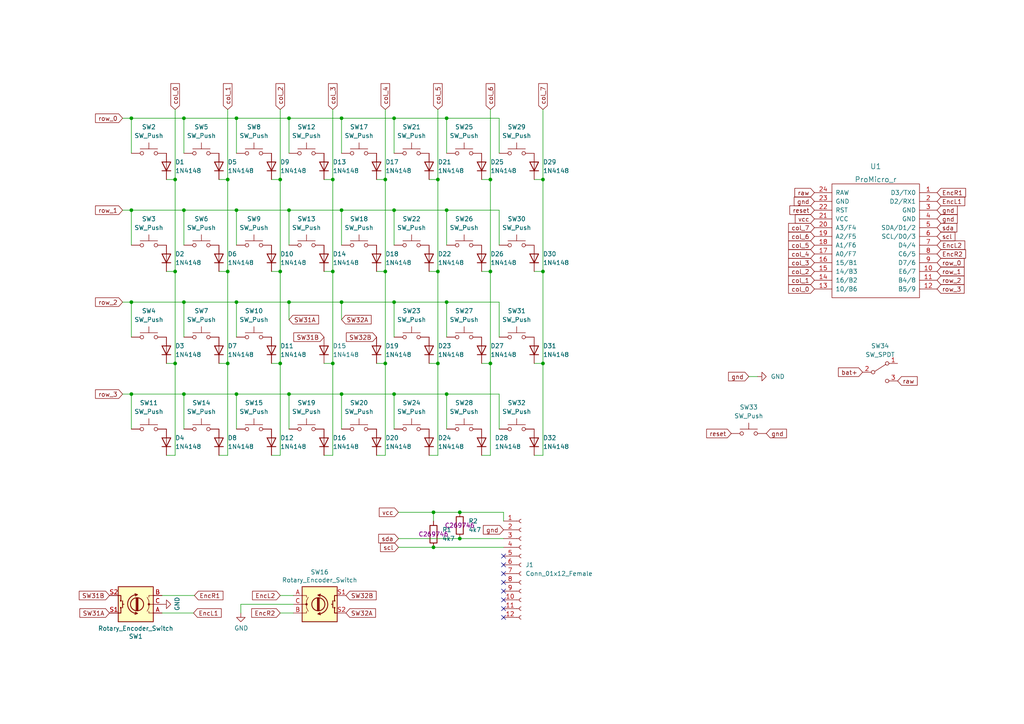
<source format=kicad_sch>
(kicad_sch (version 20211123) (generator eeschema)
  (paper "A4")
  (lib_symbols
    (symbol "Connector:Conn_01x12_Female" (pin_names (offset 1.016) hide)
      (property "Reference" "J" (at 0 15.24 0))
      (property "Value" "Conn_01x12_Female" (at 0 -17.78 0))
      (symbol "Conn_01x12_Female_1_1"
        (arc (start 0 -14.732) (mid -0.508 -15.24) (end 0 -15.748) (stroke (width 0.1524)))
        (arc (start 0 -12.192) (mid -0.508 -12.7) (end 0 -13.208) (stroke (width 0.1524)))
        (arc (start 0 -9.652) (mid -0.508 -10.16) (end 0 -10.668) (stroke (width 0.1524)))
        (arc (start 0 -7.112) (mid -0.508 -7.62) (end 0 -8.128) (stroke (width 0.1524)))
        (arc (start 0 -4.572) (mid -0.508 -5.08) (end 0 -5.588) (stroke (width 0.1524)))
        (arc (start 0 -2.032) (mid -0.508 -2.54) (end 0 -3.048) (stroke (width 0.1524)))
        (polyline (pts (xy -1.27 -15.24) (xy -0.508 -15.24)) (stroke (width 0.1524)))
        (polyline (pts (xy -1.27 -12.7) (xy -0.508 -12.7)) (stroke (width 0.1524)))
        (polyline (pts (xy -1.27 -10.16) (xy -0.508 -10.16)) (stroke (width 0.1524)))
        (polyline (pts (xy -1.27 -7.62) (xy -0.508 -7.62)) (stroke (width 0.1524)))
        (polyline (pts (xy -1.27 -5.08) (xy -0.508 -5.08)) (stroke (width 0.1524)))
        (polyline (pts (xy -1.27 -2.54) (xy -0.508 -2.54)) (stroke (width 0.1524)))
        (polyline (pts (xy -1.27 0) (xy -0.508 0)) (stroke (width 0.1524)))
        (polyline (pts (xy -1.27 2.54) (xy -0.508 2.54)) (stroke (width 0.1524)))
        (polyline (pts (xy -1.27 5.08) (xy -0.508 5.08)) (stroke (width 0.1524)))
        (polyline (pts (xy -1.27 7.62) (xy -0.508 7.62)) (stroke (width 0.1524)))
        (polyline (pts (xy -1.27 10.16) (xy -0.508 10.16)) (stroke (width 0.1524)))
        (polyline (pts (xy -1.27 12.7) (xy -0.508 12.7)) (stroke (width 0.1524)))
        (arc (start 0 0.508) (mid -0.508 0) (end 0 -0.508) (stroke (width 0.1524)))
        (arc (start 0 3.048) (mid -0.508 2.54) (end 0 2.032) (stroke (width 0.1524)))
        (arc (start 0 5.588) (mid -0.508 5.08) (end 0 4.572) (stroke (width 0.1524)))
        (arc (start 0 8.128) (mid -0.508 7.62) (end 0 7.112) (stroke (width 0.1524)))
        (arc (start 0 10.668) (mid -0.508 10.16) (end 0 9.652) (stroke (width 0.1524)))
        (arc (start 0 13.208) (mid -0.508 12.7) (end 0 12.192) (stroke (width 0.1524)))
        (pin passive line (at -5.08 12.7 0) (length 3.81) (name "Pin_1") (number "1"))
        (pin passive line (at -5.08 -10.16 0) (length 3.81) (name "Pin_10") (number "10"))
        (pin passive line (at -5.08 -12.7 0) (length 3.81) (name "Pin_11") (number "11"))
        (pin passive line (at -5.08 -15.24 0) (length 3.81) (name "Pin_12") (number "12"))
        (pin passive line (at -5.08 10.16 0) (length 3.81) (name "Pin_2") (number "2"))
        (pin passive line (at -5.08 7.62 0) (length 3.81) (name "Pin_3") (number "3"))
        (pin passive line (at -5.08 5.08 0) (length 3.81) (name "Pin_4") (number "4"))
        (pin passive line (at -5.08 2.54 0) (length 3.81) (name "Pin_5") (number "5"))
        (pin passive line (at -5.08 0 0) (length 3.81) (name "Pin_6") (number "6"))
        (pin passive line (at -5.08 -2.54 0) (length 3.81) (name "Pin_7") (number "7"))
        (pin passive line (at -5.08 -5.08 0) (length 3.81) (name "Pin_8") (number "8"))
        (pin passive line (at -5.08 -7.62 0) (length 3.81) (name "Pin_9") (number "9"))
      )
    )
    (symbol "Switch:SW_Push" (pin_numbers hide) (pin_names (offset 1.016) hide)
      (property "Reference" "SW" (at 1.27 2.54 0))
      (property "Value" "SW_Push" (at 0 -1.524 0))
      (symbol "SW_Push_0_1"
        (circle (center -2.032 0) (radius 0.508))
        (polyline (pts (xy 0 1.27) (xy 0 3.048)))
        (polyline (pts (xy 2.54 1.27) (xy -2.54 1.27)))
        (circle (center 2.032 0) (radius 0.508))
        (pin passive line (at -5.08 0 0) (length 2.54) (name "1") (number "1"))
        (pin passive line (at 5.08 0 180) (length 2.54) (name "2") (number "2"))
      )
    )
    (symbol "Switch:SW_SPDT" (pin_names (offset 0) hide)
      (property "Reference" "SW" (at 0 4.318 0))
      (property "Value" "SW_SPDT" (at 0 -5.08 0))
      (symbol "SW_SPDT_0_0"
        (circle (center -2.032 0) (radius 0.508))
        (circle (center 2.032 -2.54) (radius 0.508))
      )
      (symbol "SW_SPDT_0_1"
        (polyline (pts (xy -1.524 0.254) (xy 1.651 2.286)))
        (circle (center 2.032 2.54) (radius 0.508))
      )
      (symbol "SW_SPDT_1_1"
        (pin passive line (at 5.08 2.54 180) (length 2.54) (name "A") (number "1"))
        (pin passive line (at -5.08 0 0) (length 2.54) (name "B") (number "2"))
        (pin passive line (at 5.08 -2.54 180) (length 2.54) (name "C") (number "3"))
      )
    )
    (symbol "alaa:4k7" (pin_numbers hide) (pin_names (offset 0))
      (property "Reference" "R2" (at 2.54 1.2701 0))
      (property "Value" "4k7" (at 2.54 -1.2699 0))
      (property "LCSC" "C269746" (at 0 0 0))
      (symbol "4k7_0_1"
        (rectangle (start -1.016 -2.54) (end 1.016 2.54) (stroke (width 0.254)))
      )
      (symbol "4k7_1_1"
        (pin passive line (at 0 3.81 270) (length 1.27) (name "~") (number "1"))
        (pin passive line (at 0 -3.81 90) (length 1.27) (name "~") (number "2"))
      )
    )
    (symbol "alaa:Diode_1N4148" (pin_numbers hide) (pin_names (offset 1.016) hide)
      (property "Reference" "D4" (at 2.54 1.2701 90))
      (property "Value" "Diode_1N4148" (at 2.54 -1.2699 90))
      (symbol "Diode_1N4148_0_1"
        (polyline (pts (xy -1.27 1.27) (xy -1.27 -1.27)) (stroke (width 0.254)))
        (polyline (pts (xy 1.27 0) (xy -1.27 0)))
        (polyline (pts (xy 1.27 1.27) (xy 1.27 -1.27) (xy -1.27 0) (xy 1.27 1.27)) (stroke (width 0.254)))
      )
      (symbol "Diode_1N4148_1_1"
        (pin passive line (at -3.81 0 0) (length 2.54) (name "K") (number "1"))
        (pin passive line (at 3.81 0 180) (length 2.54) (name "A") (number "2"))
      )
    )
    (symbol "alaa:ProMicro_r" (pin_names (offset 1.016))
      (property "Reference" "U1" (at 1.27 25.4 0))
      (property "Value" "ProMicro_r" (at 1.27 21.59 0))
      (symbol "ProMicro_r_0_1"
        (rectangle (start 13.97 20.32) (end -11.43 -12.7))
      )
      (symbol "ProMicro_r_1_1"
        (pin bidirectional line (at 19.05 17.78 180) (length 5.08) (name "D3/TX0") (number "1"))
        (pin bidirectional line (at 19.05 -5.08 180) (length 5.08) (name "E6/7") (number "10"))
        (pin bidirectional line (at 19.05 -7.62 180) (length 5.08) (name "B4/8") (number "11"))
        (pin bidirectional line (at 19.05 -10.16 180) (length 5.08) (name "B5/9") (number "12"))
        (pin bidirectional line (at -16.51 -10.16 0) (length 5.08) (name "10/B6") (number "13"))
        (pin bidirectional line (at -16.51 -7.62 0) (length 5.08) (name "16/B2") (number "14"))
        (pin bidirectional line (at -16.51 -5.08 0) (length 5.08) (name "14/B3") (number "15"))
        (pin bidirectional line (at -16.51 -2.54 0) (length 5.08) (name "15/B1") (number "16"))
        (pin bidirectional line (at -16.51 0 0) (length 5.08) (name "A0/F7") (number "17"))
        (pin bidirectional line (at -16.51 2.54 0) (length 5.08) (name "A1/F6") (number "18"))
        (pin bidirectional line (at -16.51 5.08 0) (length 5.08) (name "A2/F5") (number "19"))
        (pin bidirectional line (at 19.05 15.24 180) (length 5.08) (name "D2/RX1") (number "2"))
        (pin bidirectional line (at -16.51 7.62 0) (length 5.08) (name "A3/F4") (number "20"))
        (pin power_in line (at -16.51 10.16 0) (length 5.08) (name "VCC") (number "21"))
        (pin input line (at -16.51 12.7 0) (length 5.08) (name "RST") (number "22"))
        (pin power_in line (at -16.51 15.24 0) (length 5.08) (name "GND") (number "23"))
        (pin power_out line (at -16.51 17.78 0) (length 5.08) (name "RAW") (number "24"))
        (pin power_in line (at 19.05 12.7 180) (length 5.08) (name "GND") (number "3"))
        (pin power_in line (at 19.05 10.16 180) (length 5.08) (name "GND") (number "4"))
        (pin bidirectional line (at 19.05 7.62 180) (length 5.08) (name "SDA/D1/2") (number "5"))
        (pin bidirectional line (at 19.05 5.08 180) (length 5.08) (name "SCL/D0/3") (number "6"))
        (pin bidirectional line (at 19.05 2.54 180) (length 5.08) (name "D4/4") (number "7"))
        (pin bidirectional line (at 19.05 0 180) (length 5.08) (name "C6/5") (number "8"))
        (pin bidirectional line (at 19.05 -2.54 180) (length 5.08) (name "D7/6") (number "9"))
      )
    )
    (symbol "alaa:Rotary_Encoder_Switch" (pin_names (offset 0.254) hide)
      (property "Reference" "SW25" (at 0 9.3218 0))
      (property "Value" "Rotary_Encoder_Switch" (at 0 7.0104 0))
      (symbol "Rotary_Encoder_Switch_0_1"
        (rectangle (start -5.08 5.08) (end 5.08 -5.08) (stroke (width 0.254)) (fill (type background)))
        (circle (center -3.81 0) (radius 0.254) (fill (type outline)))
        (arc (start -0.381 -2.794) (mid 2.3622 -0.0508) (end -0.381 2.667) (stroke (width 0.254)))
        (circle (center -0.381 0) (radius 1.905) (stroke (width 0.254)))
        (polyline (pts (xy -0.635 -1.778) (xy -0.635 1.778)) (stroke (width 0.254)))
        (polyline (pts (xy -0.381 -1.778) (xy -0.381 1.778)) (stroke (width 0.254)))
        (polyline (pts (xy -0.127 1.778) (xy -0.127 -1.778)) (stroke (width 0.254)))
        (polyline (pts (xy 3.81 0) (xy 3.429 0)) (stroke (width 0.254)))
        (polyline (pts (xy 3.81 1.016) (xy 3.81 -1.016)) (stroke (width 0.254)))
        (polyline (pts (xy -5.08 -2.54) (xy -3.81 -2.54) (xy -3.81 -2.032)))
        (polyline (pts (xy -5.08 2.54) (xy -3.81 2.54) (xy -3.81 2.032)))
        (polyline (pts (xy 0.254 -3.048) (xy -0.508 -2.794) (xy 0.127 -2.413)) (stroke (width 0.254)))
        (polyline (pts (xy 0.254 2.921) (xy -0.508 2.667) (xy 0.127 2.286)) (stroke (width 0.254)))
        (polyline (pts (xy 5.08 -2.54) (xy 4.318 -2.54) (xy 4.318 -1.016)) (stroke (width 0.254)))
        (polyline (pts (xy 5.08 2.54) (xy 4.318 2.54) (xy 4.318 1.016)) (stroke (width 0.254)))
        (polyline (pts (xy -5.08 0) (xy -3.81 0) (xy -3.81 -1.016) (xy -3.302 -2.032)))
        (polyline (pts (xy -4.318 0) (xy -3.81 0) (xy -3.81 1.016) (xy -3.302 2.032)))
        (circle (center 4.318 -1.016) (radius 0.127) (stroke (width 0.254)))
        (circle (center 4.318 1.016) (radius 0.127) (stroke (width 0.254)))
      )
      (symbol "Rotary_Encoder_Switch_1_1"
        (pin passive line (at -7.62 2.54 0) (length 2.54) (name "A") (number "A"))
        (pin passive line (at -7.62 -2.54 0) (length 2.54) (name "B") (number "B"))
        (pin passive line (at -7.62 0 0) (length 2.54) (name "C") (number "C"))
        (pin passive line (at 7.62 2.54 180) (length 2.54) (name "S1") (number "S1"))
        (pin passive line (at 7.62 -2.54 180) (length 2.54) (name "S2") (number "S2"))
      )
    )
    (symbol "power:GND" (power) (pin_names (offset 0))
      (property "Value" "GND" (at 0 -3.81 0))
      (symbol "GND_0_1"
        (polyline (pts (xy 0 0) (xy 0 -1.27) (xy 1.27 -1.27) (xy 0 -2.54) (xy -1.27 -1.27) (xy 0 -1.27)))
      )
      (symbol "GND_1_1"
        (pin power_in line (at 0 0 270) (length 0) hide (name "GND") (number "1"))
      )
    )
  )
  (junction (at 157.48 78.74))
  (junction (at 142.24 105.41))
  (junction (at 129.54 34.29))
  (junction (at 129.54 114.3))
  (junction (at 83.82 87.63))
  (junction (at 53.34 34.29))
  (junction (at 129.54 60.96))
  (junction (at 50.8 78.74))
  (junction (at 50.8 105.41))
  (junction (at 142.24 52.07))
  (junction (at 68.58 34.29))
  (junction (at 111.76 78.74))
  (junction (at 114.3 114.3))
  (junction (at 114.3 60.96))
  (junction (at 53.34 60.96))
  (junction (at 127 52.07))
  (junction (at 157.48 52.07))
  (junction (at 66.04 78.74))
  (junction (at 157.48 105.41))
  (junction (at 111.76 105.41))
  (junction (at 38.1 60.96))
  (junction (at 81.28 52.07))
  (junction (at 125.73 148.59))
  (junction (at 96.52 52.07))
  (junction (at 127 78.74))
  (junction (at 133.35 156.21))
  (junction (at 125.73 158.75))
  (junction (at 99.06 60.96))
  (junction (at 50.8 52.07))
  (junction (at 99.06 114.3))
  (junction (at 38.1 114.3))
  (junction (at 66.04 105.41))
  (junction (at 96.52 78.74))
  (junction (at 142.24 78.74))
  (junction (at 83.82 34.29))
  (junction (at 129.54 87.63))
  (junction (at 114.3 34.29))
  (junction (at 66.04 52.07))
  (junction (at 99.06 34.29))
  (junction (at 68.58 60.96))
  (junction (at 68.58 87.63))
  (junction (at 114.3 87.63))
  (junction (at 81.28 105.41))
  (junction (at 38.1 87.63))
  (junction (at 81.28 78.74))
  (junction (at 99.06 87.63))
  (junction (at 53.34 87.63))
  (junction (at 111.76 52.07))
  (junction (at 83.82 60.96))
  (junction (at 96.52 105.41))
  (junction (at 83.82 114.3))
  (junction (at 133.35 148.59))
  (junction (at 68.58 114.3))
  (junction (at 53.34 114.3))
  (junction (at 38.1 34.29))
  (junction (at 127 105.41))
  (no_connect (at 146.05 166.37))
  (no_connect (at 146.05 163.83))
  (no_connect (at 146.05 161.29))
  (no_connect (at 146.05 168.91))
  (no_connect (at 146.05 176.53))
  (no_connect (at 146.05 173.99))
  (no_connect (at 146.05 179.07))
  (no_connect (at 146.05 171.45))
  (wire (pts (xy 38.1 97.79) (xy 38.1 87.63)))
  (wire (pts (xy 127 105.41) (xy 124.46 105.41)))
  (wire (pts (xy 111.76 52.07) (xy 111.76 78.74)))
  (wire (pts (xy 144.78 87.63) (xy 144.78 97.79)))
  (wire (pts (xy 50.8 78.74) (xy 48.26 78.74)))
  (wire (pts (xy 53.34 114.3) (xy 68.58 114.3)))
  (wire (pts (xy 111.76 132.08) (xy 109.22 132.08)))
  (wire (pts (xy 38.1 60.96) (xy 53.34 60.96)))
  (wire (pts (xy 83.82 114.3) (xy 99.06 114.3)))
  (wire (pts (xy 127 132.08) (xy 127 105.41)))
  (wire (pts (xy 125.73 148.59) (xy 133.35 148.59)))
  (wire (pts (xy 114.3 114.3) (xy 114.3 124.46)))
  (wire (pts (xy 99.06 114.3) (xy 114.3 114.3)))
  (wire (pts (xy 81.28 132.08) (xy 81.28 105.41)))
  (wire (pts (xy 83.82 60.96) (xy 83.82 71.12)))
  (wire (pts (xy 53.34 124.46) (xy 53.34 114.3)))
  (wire (pts (xy 38.1 34.29) (xy 53.34 34.29)))
  (wire (pts (xy 114.3 34.29) (xy 129.54 34.29)))
  (wire (pts (xy 68.58 34.29) (xy 83.82 34.29)))
  (wire (pts (xy 129.54 60.96) (xy 144.78 60.96)))
  (wire (pts (xy 114.3 87.63) (xy 129.54 87.63)))
  (wire (pts (xy 127 78.74) (xy 124.46 78.74)))
  (wire (pts (xy 125.73 158.75) (xy 146.05 158.75)))
  (wire (pts (xy 99.06 60.96) (xy 99.06 71.12)))
  (wire (pts (xy 157.48 78.74) (xy 157.48 105.41)))
  (wire (pts (xy 129.54 114.3) (xy 144.78 114.3)))
  (wire (pts (xy 83.82 60.96) (xy 99.06 60.96)))
  (wire (pts (xy 115.57 156.21) (xy 133.35 156.21)))
  (wire (pts (xy 154.94 132.08) (xy 157.48 132.08)))
  (wire (pts (xy 157.48 105.41) (xy 157.48 132.08)))
  (wire (pts (xy 142.24 132.08) (xy 139.7 132.08)))
  (wire (pts (xy 78.74 105.41) (xy 81.28 105.41)))
  (wire (pts (xy 83.82 114.3) (xy 83.82 124.46)))
  (wire (pts (xy 133.35 148.59) (xy 146.05 148.59)))
  (wire (pts (xy 78.74 132.08) (xy 81.28 132.08)))
  (wire (pts (xy 157.48 78.74) (xy 154.94 78.74)))
  (wire (pts (xy 68.58 114.3) (xy 83.82 114.3)))
  (wire (pts (xy 127 78.74) (xy 127 52.07)))
  (wire (pts (xy 96.52 78.74) (xy 93.98 78.74)))
  (wire (pts (xy 66.04 52.07) (xy 66.04 78.74)))
  (wire (pts (xy 83.82 87.63) (xy 83.82 92.71)))
  (wire (pts (xy 127 105.41) (xy 127 78.74)))
  (wire (pts (xy 81.28 31.75) (xy 81.28 52.07)))
  (wire (pts (xy 38.1 114.3) (xy 53.34 114.3)))
  (wire (pts (xy 127 52.07) (xy 124.46 52.07)))
  (wire (pts (xy 114.3 34.29) (xy 114.3 44.45)))
  (wire (pts (xy 66.04 31.75) (xy 66.04 52.07)))
  (wire (pts (xy 129.54 87.63) (xy 129.54 97.79)))
  (wire (pts (xy 144.78 60.96) (xy 144.78 71.12)))
  (wire (pts (xy 129.54 34.29) (xy 144.78 34.29)))
  (wire (pts (xy 129.54 60.96) (xy 129.54 71.12)))
  (wire (pts (xy 99.06 87.63) (xy 99.06 92.71)))
  (wire (pts (xy 157.48 31.75) (xy 157.48 52.07)))
  (wire (pts (xy 38.1 44.45) (xy 38.1 34.29)))
  (wire (pts (xy 99.06 114.3) (xy 99.06 124.46)))
  (wire (pts (xy 146.05 148.59) (xy 146.05 151.13)))
  (wire (pts (xy 124.46 132.08) (xy 127 132.08)))
  (wire (pts (xy 142.24 78.74) (xy 139.7 78.74)))
  (wire (pts (xy 66.04 78.74) (xy 66.04 105.41)))
  (wire (pts (xy 96.52 132.08) (xy 96.52 105.41)))
  (wire (pts (xy 125.73 148.59) (xy 125.73 151.13)))
  (wire (pts (xy 83.82 34.29) (xy 99.06 34.29)))
  (wire (pts (xy 114.3 60.96) (xy 114.3 71.12)))
  (wire (pts (xy 109.22 52.07) (xy 111.76 52.07)))
  (wire (pts (xy 66.04 78.74) (xy 63.5 78.74)))
  (wire (pts (xy 99.06 87.63) (xy 114.3 87.63)))
  (wire (pts (xy 66.04 132.08) (xy 66.04 105.41)))
  (wire (pts (xy 114.3 114.3) (xy 129.54 114.3)))
  (wire (pts (xy 142.24 52.07) (xy 142.24 78.74)))
  (wire (pts (xy 50.8 78.74) (xy 50.8 52.07)))
  (wire (pts (xy 99.06 34.29) (xy 99.06 44.45)))
  (wire (pts (xy 114.3 60.96) (xy 129.54 60.96)))
  (wire (pts (xy 96.52 52.07) (xy 93.98 52.07)))
  (wire (pts (xy 48.26 105.41) (xy 50.8 105.41)))
  (wire (pts (xy 217.17 109.22) (xy 219.71 109.22)))
  (wire (pts (xy 96.52 105.41) (xy 96.52 78.74)))
  (wire (pts (xy 129.54 87.63) (xy 144.78 87.63)))
  (wire (pts (xy 68.58 87.63) (xy 68.58 97.79)))
  (wire (pts (xy 38.1 87.63) (xy 53.34 87.63)))
  (wire (pts (xy 133.35 156.21) (xy 146.05 156.21)))
  (wire (pts (xy 53.34 87.63) (xy 53.34 97.79)))
  (wire (pts (xy 96.52 105.41) (xy 93.98 105.41)))
  (wire (pts (xy 99.06 60.96) (xy 114.3 60.96)))
  (wire (pts (xy 81.28 52.07) (xy 78.74 52.07)))
  (wire (pts (xy 38.1 114.3) (xy 38.1 124.46)))
  (wire (pts (xy 38.1 71.12) (xy 38.1 60.96)))
  (wire (pts (xy 48.26 132.08) (xy 50.8 132.08)))
  (wire (pts (xy 93.98 132.08) (xy 96.52 132.08)))
  (wire (pts (xy 127 31.75) (xy 127 52.07)))
  (wire (pts (xy 114.3 87.63) (xy 114.3 97.79)))
  (wire (pts (xy 50.8 105.41) (xy 50.8 78.74)))
  (wire (pts (xy 129.54 34.29) (xy 129.54 44.45)))
  (wire (pts (xy 83.82 87.63) (xy 99.06 87.63)))
  (wire (pts (xy 111.76 31.75) (xy 111.76 52.07)))
  (wire (pts (xy 154.94 52.07) (xy 157.48 52.07)))
  (wire (pts (xy 68.58 114.3) (xy 68.58 124.46)))
  (wire (pts (xy 68.58 60.96) (xy 83.82 60.96)))
  (wire (pts (xy 85.09 175.26) (xy 69.85 175.26)))
  (wire (pts (xy 68.58 60.96) (xy 68.58 71.12)))
  (wire (pts (xy 68.58 87.63) (xy 83.82 87.63)))
  (wire (pts (xy 35.56 87.63) (xy 38.1 87.63)))
  (wire (pts (xy 157.48 105.41) (xy 154.94 105.41)))
  (wire (pts (xy 99.06 34.29) (xy 114.3 34.29)))
  (wire (pts (xy 115.57 148.59) (xy 125.73 148.59)))
  (wire (pts (xy 139.7 52.07) (xy 142.24 52.07)))
  (wire (pts (xy 50.8 31.75) (xy 50.8 52.07)))
  (wire (pts (xy 96.52 31.75) (xy 96.52 52.07)))
  (wire (pts (xy 142.24 78.74) (xy 142.24 105.41)))
  (wire (pts (xy 35.56 60.96) (xy 38.1 60.96)))
  (wire (pts (xy 111.76 78.74) (xy 109.22 78.74)))
  (wire (pts (xy 81.28 78.74) (xy 78.74 78.74)))
  (wire (pts (xy 96.52 78.74) (xy 96.52 52.07)))
  (wire (pts (xy 157.48 52.07) (xy 157.48 78.74)))
  (wire (pts (xy 144.78 34.29) (xy 144.78 44.45)))
  (wire (pts (xy 53.34 34.29) (xy 68.58 34.29)))
  (wire (pts (xy 81.28 172.72) (xy 85.09 172.72)))
  (wire (pts (xy 53.34 60.96) (xy 68.58 60.96)))
  (wire (pts (xy 111.76 78.74) (xy 111.76 105.41)))
  (wire (pts (xy 63.5 52.07) (xy 66.04 52.07)))
  (wire (pts (xy 53.34 34.29) (xy 53.34 44.45)))
  (wire (pts (xy 83.82 34.29) (xy 83.82 44.45)))
  (wire (pts (xy 142.24 31.75) (xy 142.24 52.07)))
  (wire (pts (xy 68.58 34.29) (xy 68.58 44.45)))
  (wire (pts (xy 56.134 177.8) (xy 46.99 177.8)))
  (wire (pts (xy 50.8 132.08) (xy 50.8 105.41)))
  (wire (pts (xy 81.28 78.74) (xy 81.28 52.07)))
  (wire (pts (xy 81.28 177.8) (xy 85.09 177.8)))
  (wire (pts (xy 129.54 114.3) (xy 129.54 124.46)))
  (wire (pts (xy 53.34 60.96) (xy 53.34 71.12)))
  (wire (pts (xy 56.388 172.72) (xy 46.99 172.72)))
  (wire (pts (xy 53.34 87.63) (xy 68.58 87.63)))
  (wire (pts (xy 111.76 105.41) (xy 111.76 132.08)))
  (wire (pts (xy 63.5 132.08) (xy 66.04 132.08)))
  (wire (pts (xy 144.78 114.3) (xy 144.78 124.46)))
  (wire (pts (xy 66.04 105.41) (xy 63.5 105.41)))
  (wire (pts (xy 142.24 105.41) (xy 139.7 105.41)))
  (wire (pts (xy 69.85 175.26) (xy 69.85 177.8)))
  (wire (pts (xy 35.56 34.29) (xy 38.1 34.29)))
  (wire (pts (xy 35.56 114.3) (xy 38.1 114.3)))
  (wire (pts (xy 142.24 105.41) (xy 142.24 132.08)))
  (wire (pts (xy 111.76 105.41) (xy 109.22 105.41)))
  (wire (pts (xy 115.57 158.75) (xy 125.73 158.75)))
  (wire (pts (xy 81.28 78.74) (xy 81.28 105.41)))
  (wire (pts (xy 50.8 52.07) (xy 48.26 52.07)))
  (global_label "EncL1" (shape input) (at 271.78 58.42 0) (property "Intersheet References" "${INTERSHEET_REFS}" (effects hide)))
  (global_label "col_1" (shape input) (at 66.04 31.75 90) (property "Intersheet References" "${INTERSHEET_REFS}" (effects hide)))
  (global_label "SW31A" (shape input) (at 83.82 92.71 0) (property "Intersheet References" "${INTERSHEET_REFS}" (effects hide)))
  (global_label "EncL2" (shape input) (at 81.28 172.72 180) (property "Intersheet References" "${INTERSHEET_REFS}" (effects hide)))
  (global_label "col_0" (shape input) (at 236.22 83.82 180) (property "Intersheet References" "${INTERSHEET_REFS}" (effects hide)))
  (global_label "SW32B" (shape input) (at 100.33 172.72 0) (property "Intersheet References" "${INTERSHEET_REFS}" (effects hide)))
  (global_label "raw" (shape input) (at 260.35 110.49 0) (property "Intersheet References" "${INTERSHEET_REFS}" (effects hide)))
  (global_label "col_2" (shape input) (at 236.22 78.74 180) (property "Intersheet References" "${INTERSHEET_REFS}" (effects hide)))
  (global_label "EncR2" (shape input) (at 271.78 73.66 0) (property "Intersheet References" "${INTERSHEET_REFS}" (effects hide)))
  (global_label "row_0" (shape input) (at 35.56 34.29 180) (property "Intersheet References" "${INTERSHEET_REFS}" (effects hide)))
  (global_label "scl" (shape input) (at 115.57 158.75 180) (property "Intersheet References" "${INTERSHEET_REFS}" (effects hide)))
  (global_label "row_1" (shape input) (at 271.78 78.74 0) (property "Intersheet References" "${INTERSHEET_REFS}" (effects hide)))
  (global_label "row_1" (shape input) (at 35.56 60.96 180) (property "Intersheet References" "${INTERSHEET_REFS}" (effects hide)))
  (global_label "row_3" (shape input) (at 35.56 114.3 180) (property "Intersheet References" "${INTERSHEET_REFS}" (effects hide)))
  (global_label "row_3" (shape input) (at 271.78 83.82 0) (property "Intersheet References" "${INTERSHEET_REFS}" (effects hide)))
  (global_label "vcc" (shape input) (at 115.57 148.59 180) (property "Intersheet References" "${INTERSHEET_REFS}" (effects hide)))
  (global_label "col_5" (shape input) (at 236.22 71.12 180) (property "Intersheet References" "${INTERSHEET_REFS}" (effects hide)))
  (global_label "SW32B" (shape input) (at 109.22 97.79 180) (property "Intersheet References" "${INTERSHEET_REFS}" (effects hide)))
  (global_label "col_3" (shape input) (at 236.22 76.2 180) (property "Intersheet References" "${INTERSHEET_REFS}" (effects hide)))
  (global_label "gnd" (shape input) (at 217.17 109.22 180) (property "Intersheet References" "${INTERSHEET_REFS}" (effects hide)))
  (global_label "col_0" (shape input) (at 50.8 31.75 90) (property "Intersheet References" "${INTERSHEET_REFS}" (effects hide)))
  (global_label "sda" (shape input) (at 271.78 66.04 0) (property "Intersheet References" "${INTERSHEET_REFS}" (effects hide)))
  (global_label "gnd" (shape input) (at 222.25 125.73 0) (property "Intersheet References" "${INTERSHEET_REFS}" (effects hide)))
  (global_label "SW32A" (shape input) (at 99.06 92.71 0) (property "Intersheet References" "${INTERSHEET_REFS}" (effects hide)))
  (global_label "SW31B" (shape input) (at 93.98 97.79 180) (property "Intersheet References" "${INTERSHEET_REFS}" (effects hide)))
  (global_label "col_4" (shape input) (at 111.76 31.75 90) (property "Intersheet References" "${INTERSHEET_REFS}" (effects hide)))
  (global_label "EncR1" (shape input) (at 56.388 172.72 0) (property "Intersheet References" "${INTERSHEET_REFS}" (effects hide)))
  (global_label "gnd" (shape input) (at 271.78 63.5 0) (property "Intersheet References" "${INTERSHEET_REFS}" (effects hide)))
  (global_label "col_7" (shape input) (at 157.48 31.75 90) (property "Intersheet References" "${INTERSHEET_REFS}" (effects hide)))
  (global_label "sda" (shape input) (at 115.57 156.21 180) (property "Intersheet References" "${INTERSHEET_REFS}" (effects hide)))
  (global_label "reset" (shape input) (at 212.09 125.73 180) (property "Intersheet References" "${INTERSHEET_REFS}" (effects hide)))
  (global_label "scl" (shape input) (at 271.78 68.58 0) (property "Intersheet References" "${INTERSHEET_REFS}" (effects hide)))
  (global_label "SW31B" (shape input) (at 31.75 172.72 180) (property "Intersheet References" "${INTERSHEET_REFS}" (effects hide)))
  (global_label "SW31A" (shape input) (at 31.75 177.8 180) (property "Intersheet References" "${INTERSHEET_REFS}" (effects hide)))
  (global_label "vcc" (shape input) (at 236.22 63.5 180) (property "Intersheet References" "${INTERSHEET_REFS}" (effects hide)))
  (global_label "EncL2" (shape input) (at 271.78 71.12 0) (property "Intersheet References" "${INTERSHEET_REFS}" (effects hide)))
  (global_label "gnd" (shape input) (at 146.05 153.67 180) (property "Intersheet References" "${INTERSHEET_REFS}" (effects hide)))
  (global_label "EncR2" (shape input) (at 81.28 177.8 180) (property "Intersheet References" "${INTERSHEET_REFS}" (effects hide)))
  (global_label "EncR1" (shape input) (at 271.78 55.88 0) (property "Intersheet References" "${INTERSHEET_REFS}" (effects hide)))
  (global_label "col_4" (shape input) (at 236.22 73.66 180) (property "Intersheet References" "${INTERSHEET_REFS}" (effects hide)))
  (global_label "col_1" (shape input) (at 236.22 81.28 180) (property "Intersheet References" "${INTERSHEET_REFS}" (effects hide)))
  (global_label "bat+" (shape input) (at 250.19 107.95 180) (property "Intersheet References" "${INTERSHEET_REFS}" (effects hide)))
  (global_label "reset" (shape input) (at 236.22 60.96 180) (property "Intersheet References" "${INTERSHEET_REFS}" (effects hide)))
  (global_label "col_7" (shape input) (at 236.22 66.04 180) (property "Intersheet References" "${INTERSHEET_REFS}" (effects hide)))
  (global_label "row_2" (shape input) (at 271.78 81.28 0) (property "Intersheet References" "${INTERSHEET_REFS}" (effects hide)))
  (global_label "gnd" (shape input) (at 271.78 60.96 0) (property "Intersheet References" "${INTERSHEET_REFS}" (effects hide)))
  (global_label "col_5" (shape input) (at 127 31.75 90) (property "Intersheet References" "${INTERSHEET_REFS}" (effects hide)))
  (global_label "col_2" (shape input) (at 81.28 31.75 90) (property "Intersheet References" "${INTERSHEET_REFS}" (effects hide)))
  (global_label "row_2" (shape input) (at 35.56 87.63 180) (property "Intersheet References" "${INTERSHEET_REFS}" (effects hide)))
  (global_label "col_6" (shape input) (at 142.24 31.75 90) (property "Intersheet References" "${INTERSHEET_REFS}" (effects hide)))
  (global_label "row_0" (shape input) (at 271.78 76.2 0) (property "Intersheet References" "${INTERSHEET_REFS}" (effects hide)))
  (global_label "col_3" (shape input) (at 96.52 31.75 90) (property "Intersheet References" "${INTERSHEET_REFS}" (effects hide)))
  (global_label "col_6" (shape input) (at 236.22 68.58 180) (property "Intersheet References" "${INTERSHEET_REFS}" (effects hide)))
  (global_label "gnd" (shape input) (at 236.22 58.42 180) (property "Intersheet References" "${INTERSHEET_REFS}" (effects hide)))
  (global_label "SW32A" (shape input) (at 100.33 177.8 0) (property "Intersheet References" "${INTERSHEET_REFS}" (effects hide)))
  (global_label "EncL1" (shape input) (at 56.134 177.8 0) (property "Intersheet References" "${INTERSHEET_REFS}" (effects hide)))
  (global_label "raw" (shape input) (at 236.22 55.88 180) (property "Intersheet References" "${INTERSHEET_REFS}" (effects hide)))
  (symbol (lib_id "Switch:SW_SPDT") (at 255.27 107.95 0) (unit 1)
    (property "Reference" "SW34" (at 255.27 100.33 0))
    (property "Value" "SW_SPDT" (at 255.27 102.87 0))
    (property "Footprint" "Button_Switch_SMD:SW_SPDT_PCM12" (effects hide))
  )
  (symbol (lib_id "alaa:Diode_1N4148") (at 63.5 48.26 90) (unit 1)
    (property "Reference" "D5" (at 66.04 46.9899 90) (effects (justify right)))
    (property "Value" "1N4148" (at 66.04 49.5299 90) (effects (justify right)))
    (property "Footprint" "Diode_SMD:D_SOD-123" (effects hide))
    (property "Datasheet" "https://assets.nexperia.com/documents/data-sheet/1N4148_1N4448.pdf" (effects hide))
    (property "LCSC" "C909967" (effects hide))
  )
  (symbol (lib_id "alaa:Diode_1N4148") (at 48.26 128.27 90) (unit 1)
    (property "Reference" "D4" (at 50.8 126.9999 90) (effects (justify right)))
    (property "Value" "1N4148" (at 50.8 129.5399 90) (effects (justify right)))
    (property "Footprint" "Diode_SMD:D_SOD-123" (effects hide))
    (property "Datasheet" "https://assets.nexperia.com/documents/data-sheet/1N4148_1N4448.pdf" (effects hide))
    (property "LCSC" "C909967" (effects hide))
  )
  (symbol (lib_id "Switch:SW_Push") (at 104.14 71.12 0) (unit 1)
    (property "Reference" "SW18" (at 104.14 63.5 0))
    (property "Value" "SW_Push" (at 104.14 66.04 0))
    (property "Footprint" "Alaa:Kailh_hotswap_MX-CHOC" (effects hide))
  )
  (symbol (lib_id "Switch:SW_Push") (at 134.62 71.12 0) (unit 1)
    (property "Reference" "SW26" (at 134.62 63.5 0))
    (property "Value" "SW_Push" (at 134.62 66.04 0))
    (property "Footprint" "Alaa:Kailh_hotswap_MX-CHOC" (effects hide))
  )
  (symbol (lib_id "alaa:Rotary_Encoder_Switch") (at 92.71 175.26 0) (unit 1)
    (property "Reference" "SW16" (at 92.71 165.9382 0))
    (property "Value" "Rotary_Encoder_Switch" (at 92.71 168.2496 0))
    (property "Footprint" "Alaa:RotaryEncoder_Alps_EC11E-Switch_Vertical_H20mm-keebio_modified" (effects hide))
  )
  (symbol (lib_id "power:GND") (at 69.85 177.8 0) (unit 1)
    (property "Reference" "#PWR02" (effects hide))
    (property "Value" "GND" (at 69.977 182.1942 0))
  )
  (symbol (lib_id "alaa:Diode_1N4148") (at 48.26 48.26 90) (unit 1)
    (property "Reference" "D1" (at 50.8 46.9899 90) (effects (justify right)))
    (property "Value" "1N4148" (at 50.8 49.5299 90) (effects (justify right)))
    (property "Footprint" "Diode_SMD:D_SOD-123" (effects hide))
    (property "Datasheet" "https://assets.nexperia.com/documents/data-sheet/1N4148_1N4448.pdf" (effects hide))
    (property "LCSC" "C909967" (effects hide))
  )
  (symbol (lib_id "alaa:Diode_1N4148") (at 78.74 101.6 90) (unit 1)
    (property "Reference" "D11" (at 81.28 100.3299 90) (effects (justify right)))
    (property "Value" "1N4148" (at 81.28 102.8699 90) (effects (justify right)))
    (property "Footprint" "Diode_SMD:D_SOD-123" (effects hide))
    (property "Datasheet" "https://assets.nexperia.com/documents/data-sheet/1N4148_1N4448.pdf" (effects hide))
    (property "LCSC" "C909967" (effects hide))
  )
  (symbol (lib_id "alaa:Diode_1N4148") (at 154.94 101.6 90) (unit 1)
    (property "Reference" "D31" (at 157.48 100.3299 90) (effects (justify right)))
    (property "Value" "1N4148" (at 157.48 102.8699 90) (effects (justify right)))
    (property "Footprint" "Diode_SMD:D_SOD-123" (effects hide))
    (property "Datasheet" "https://assets.nexperia.com/documents/data-sheet/1N4148_1N4448.pdf" (effects hide))
    (property "LCSC" "C909967" (effects hide))
  )
  (symbol (lib_id "alaa:Diode_1N4148") (at 139.7 128.27 90) (unit 1)
    (property "Reference" "D28" (at 143.51 126.9999 90) (effects (justify right)))
    (property "Value" "1N4148" (at 143.51 129.5399 90) (effects (justify right)))
    (property "Footprint" "Diode_SMD:D_SOD-123" (effects hide))
    (property "Datasheet" "https://assets.nexperia.com/documents/data-sheet/1N4148_1N4448.pdf" (effects hide))
    (property "LCSC" "C909967" (effects hide))
  )
  (symbol (lib_id "alaa:Diode_1N4148") (at 139.7 74.93 90) (unit 1)
    (property "Reference" "D26" (at 142.24 73.6599 90) (effects (justify right)))
    (property "Value" "1N4148" (at 142.24 76.1999 90) (effects (justify right)))
    (property "Footprint" "Diode_SMD:D_SOD-123" (effects hide))
    (property "Datasheet" "https://assets.nexperia.com/documents/data-sheet/1N4148_1N4448.pdf" (effects hide))
    (property "LCSC" "C909967" (effects hide))
  )
  (symbol (lib_id "Switch:SW_Push") (at 134.62 124.46 0) (unit 1)
    (property "Reference" "SW28" (at 134.62 116.84 0))
    (property "Value" "SW_Push" (at 134.62 119.38 0))
    (property "Footprint" "Alaa:Kailh_hotswap_MX-CHOC" (effects hide))
  )
  (symbol (lib_id "alaa:Rotary_Encoder_Switch") (at 39.37 175.26 180) (unit 1)
    (property "Reference" "SW1" (at 39.37 184.5818 0))
    (property "Value" "Rotary_Encoder_Switch" (at 39.37 182.2704 0))
    (property "Footprint" "Alaa:RotaryEncoder_Alps_EC11E-Switch_Vertical_H20mm-keebio_modified" (effects hide))
  )
  (symbol (lib_id "alaa:Diode_1N4148") (at 124.46 128.27 90) (unit 1)
    (property "Reference" "D24" (at 127 126.9999 90) (effects (justify right)))
    (property "Value" "1N4148" (at 127 129.5399 90) (effects (justify right)))
    (property "Footprint" "Diode_SMD:D_SOD-123" (effects hide))
    (property "Datasheet" "https://assets.nexperia.com/documents/data-sheet/1N4148_1N4448.pdf" (effects hide))
    (property "LCSC" "C909967" (effects hide))
  )
  (symbol (lib_id "Switch:SW_Push") (at 134.62 44.45 0) (unit 1)
    (property "Reference" "SW25" (at 134.62 36.83 0))
    (property "Value" "SW_Push" (at 134.62 39.37 0))
    (property "Footprint" "Alaa:Kailh_hotswap_MX-CHOC" (effects hide))
  )
  (symbol (lib_id "alaa:Diode_1N4148") (at 63.5 74.93 90) (unit 1)
    (property "Reference" "D6" (at 66.04 73.6599 90) (effects (justify right)))
    (property "Value" "1N4148" (at 66.04 76.1999 90) (effects (justify right)))
    (property "Footprint" "Diode_SMD:D_SOD-123" (effects hide))
    (property "Datasheet" "https://assets.nexperia.com/documents/data-sheet/1N4148_1N4448.pdf" (effects hide))
    (property "LCSC" "C909967" (effects hide))
  )
  (symbol (lib_id "Switch:SW_Push") (at 43.18 124.46 0) (unit 1)
    (property "Reference" "SW11" (at 43.18 116.84 0))
    (property "Value" "SW_Push" (at 43.18 119.38 0))
    (property "Footprint" "Alaa:Kailh_hotswap_MX-CHOC" (effects hide))
  )
  (symbol (lib_id "Switch:SW_Push") (at 43.18 44.45 0) (unit 1)
    (property "Reference" "SW2" (at 43.18 36.83 0))
    (property "Value" "SW_Push" (at 43.18 39.37 0))
    (property "Footprint" "Alaa:Kailh_hotswap_MX-CHOC" (effects hide))
  )
  (symbol (lib_id "Switch:SW_Push") (at 149.86 97.79 0) (unit 1)
    (property "Reference" "SW31" (at 149.86 90.17 0))
    (property "Value" "SW_Push" (at 149.86 92.71 0))
    (property "Footprint" "Alaa:Kailh_hotswap_MX-CHOC" (effects hide))
  )
  (symbol (lib_id "Switch:SW_Push") (at 119.38 124.46 0) (unit 1)
    (property "Reference" "SW24" (at 119.38 116.84 0))
    (property "Value" "SW_Push" (at 119.38 119.38 0))
    (property "Footprint" "Alaa:Kailh_hotswap_MX-CHOC" (effects hide))
  )
  (symbol (lib_id "Switch:SW_Push") (at 43.18 97.79 0) (unit 1)
    (property "Reference" "SW4" (at 43.18 90.17 0))
    (property "Value" "SW_Push" (at 43.18 92.71 0))
    (property "Footprint" "Alaa:Kailh_hotswap_MX-CHOC" (effects hide))
  )
  (symbol (lib_id "alaa:Diode_1N4148") (at 124.46 48.26 90) (unit 1)
    (property "Reference" "D21" (at 127 46.9899 90) (effects (justify right)))
    (property "Value" "1N4148" (at 127 49.5299 90) (effects (justify right)))
    (property "Footprint" "Diode_SMD:D_SOD-123" (effects hide))
    (property "Datasheet" "https://assets.nexperia.com/documents/data-sheet/1N4148_1N4448.pdf" (effects hide))
    (property "LCSC" "C909967" (effects hide))
  )
  (symbol (lib_id "alaa:Diode_1N4148") (at 109.22 128.27 90) (unit 1)
    (property "Reference" "D20" (at 111.76 126.9999 90) (effects (justify right)))
    (property "Value" "1N4148" (at 111.76 129.5399 90) (effects (justify right)))
    (property "Footprint" "Diode_SMD:D_SOD-123" (effects hide))
    (property "Datasheet" "https://assets.nexperia.com/documents/data-sheet/1N4148_1N4448.pdf" (effects hide))
    (property "LCSC" "C909967" (effects hide))
  )
  (symbol (lib_id "alaa:Diode_1N4148") (at 109.22 101.6 90) (unit 1)
    (property "Reference" "D19" (at 111.76 100.3299 90) (effects (justify right)))
    (property "Value" "1N4148" (at 111.76 102.8699 90) (effects (justify right)))
    (property "Footprint" "Diode_SMD:D_SOD-123" (effects hide))
    (property "Datasheet" "https://assets.nexperia.com/documents/data-sheet/1N4148_1N4448.pdf" (effects hide))
    (property "LCSC" "C909967" (effects hide))
  )
  (symbol (lib_id "alaa:Diode_1N4148") (at 78.74 128.27 90) (unit 1)
    (property "Reference" "D12" (at 81.28 126.9999 90) (effects (justify right)))
    (property "Value" "1N4148" (at 81.28 129.5399 90) (effects (justify right)))
    (property "Footprint" "Diode_SMD:D_SOD-123" (effects hide))
    (property "Datasheet" "https://assets.nexperia.com/documents/data-sheet/1N4148_1N4448.pdf" (effects hide))
    (property "LCSC" "C909967" (effects hide))
  )
  (symbol (lib_id "Connector:Conn_01x12_Female") (at 151.13 163.83 0) (unit 1)
    (property "Reference" "J1" (at 152.4 163.8299 0) (effects (justify left)))
    (property "Value" "Conn_01x12_Female" (at 152.4 166.3699 0) (effects (justify left)))
    (property "Footprint" "Alaa:FPC-SMD_FPC05012-09200-.5mm-rev" (effects hide))
    (property "LCSC" "C479750" (effects hide))
  )
  (symbol (lib_id "Switch:SW_Push") (at 134.62 97.79 0) (unit 1)
    (property "Reference" "SW27" (at 134.62 90.17 0))
    (property "Value" "SW_Push" (at 134.62 92.71 0))
    (property "Footprint" "Alaa:Kailh_hotswap_MX-CHOC" (effects hide))
  )
  (symbol (lib_id "alaa:Diode_1N4148") (at 78.74 48.26 90) (unit 1)
    (property "Reference" "D9" (at 81.28 46.9899 90) (effects (justify right)))
    (property "Value" "1N4148" (at 81.28 49.5299 90) (effects (justify right)))
    (property "Footprint" "Diode_SMD:D_SOD-123" (effects hide))
    (property "Datasheet" "https://assets.nexperia.com/documents/data-sheet/1N4148_1N4448.pdf" (effects hide))
    (property "LCSC" "C909967" (effects hide))
  )
  (symbol (lib_id "Switch:SW_Push") (at 149.86 44.45 0) (unit 1)
    (property "Reference" "SW29" (at 149.86 36.83 0))
    (property "Value" "SW_Push" (at 149.86 39.37 0))
    (property "Footprint" "Alaa:Kailh_hotswap_MX-CHOC" (effects hide))
  )
  (symbol (lib_id "Switch:SW_Push") (at 104.14 44.45 0) (unit 1)
    (property "Reference" "SW17" (at 104.14 36.83 0))
    (property "Value" "SW_Push" (at 104.14 39.37 0))
    (property "Footprint" "Alaa:Kailh_hotswap_MX-CHOC" (effects hide))
  )
  (symbol (lib_id "Switch:SW_Push") (at 73.66 44.45 0) (unit 1)
    (property "Reference" "SW8" (at 73.66 36.83 0))
    (property "Value" "SW_Push" (at 73.66 39.37 0))
    (property "Footprint" "Alaa:Kailh_hotswap_MX-CHOC" (effects hide))
  )
  (symbol (lib_id "Switch:SW_Push") (at 149.86 124.46 0) (unit 1)
    (property "Reference" "SW32" (at 149.86 116.84 0))
    (property "Value" "SW_Push" (at 149.86 119.38 0))
    (property "Footprint" "Alaa:Kailh_hotswap_MX-CHOC" (effects hide))
  )
  (symbol (lib_id "Switch:SW_Push") (at 58.42 44.45 0) (unit 1)
    (property "Reference" "SW5" (at 58.42 36.83 0))
    (property "Value" "SW_Push" (at 58.42 39.37 0))
    (property "Footprint" "Alaa:Kailh_hotswap_MX-CHOC" (effects hide))
  )
  (symbol (lib_id "power:GND") (at 219.71 109.22 90) (unit 1)
    (property "Reference" "#PWR03" (effects hide))
    (property "Value" "GND" (at 223.52 109.2199 90) (effects (justify right)))
  )
  (symbol (lib_id "alaa:Diode_1N4148") (at 139.7 48.26 90) (unit 1)
    (property "Reference" "D25" (at 142.24 46.9899 90) (effects (justify right)))
    (property "Value" "1N4148" (at 142.24 49.5299 90) (effects (justify right)))
    (property "Footprint" "Diode_SMD:D_SOD-123" (effects hide))
    (property "Datasheet" "https://assets.nexperia.com/documents/data-sheet/1N4148_1N4448.pdf" (effects hide))
    (property "LCSC" "C909967" (effects hide))
  )
  (symbol (lib_id "Switch:SW_Push") (at 73.66 97.79 0) (unit 1)
    (property "Reference" "SW10" (at 73.66 90.17 0))
    (property "Value" "SW_Push" (at 73.66 92.71 0))
    (property "Footprint" "Alaa:Kailh_hotswap_MX-CHOC" (effects hide))
  )
  (symbol (lib_id "alaa:Diode_1N4148") (at 93.98 48.26 90) (unit 1)
    (property "Reference" "D13" (at 96.52 46.9899 90) (effects (justify right)))
    (property "Value" "1N4148" (at 96.52 49.5299 90) (effects (justify right)))
    (property "Footprint" "Diode_SMD:D_SOD-123" (effects hide))
    (property "Datasheet" "https://assets.nexperia.com/documents/data-sheet/1N4148_1N4448.pdf" (effects hide))
    (property "LCSC" "C909967" (effects hide))
  )
  (symbol (lib_id "alaa:Diode_1N4148") (at 154.94 128.27 90) (unit 1)
    (property "Reference" "D32" (at 157.48 126.9999 90) (effects (justify right)))
    (property "Value" "1N4148" (at 157.48 129.5399 90) (effects (justify right)))
    (property "Footprint" "Diode_SMD:D_SOD-123" (effects hide))
    (property "Datasheet" "https://assets.nexperia.com/documents/data-sheet/1N4148_1N4448.pdf" (effects hide))
    (property "LCSC" "C909967" (effects hide))
  )
  (symbol (lib_id "alaa:Diode_1N4148") (at 63.5 101.6 90) (unit 1)
    (property "Reference" "D7" (at 66.04 100.3299 90) (effects (justify right)))
    (property "Value" "1N4148" (at 66.04 102.8699 90) (effects (justify right)))
    (property "Footprint" "Diode_SMD:D_SOD-123" (effects hide))
    (property "Datasheet" "https://assets.nexperia.com/documents/data-sheet/1N4148_1N4448.pdf" (effects hide))
    (property "LCSC" "C909967" (effects hide))
  )
  (symbol (lib_id "alaa:Diode_1N4148") (at 124.46 101.6 90) (unit 1)
    (property "Reference" "D23" (at 127 100.3299 90) (effects (justify right)))
    (property "Value" "1N4148" (at 127 102.8699 90) (effects (justify right)))
    (property "Footprint" "Diode_SMD:D_SOD-123" (effects hide))
    (property "Datasheet" "https://assets.nexperia.com/documents/data-sheet/1N4148_1N4448.pdf" (effects hide))
    (property "LCSC" "C909967" (effects hide))
  )
  (symbol (lib_id "power:GND") (at 46.99 175.26 90) (unit 1)
    (property "Reference" "#PWR01" (effects hide))
    (property "Value" "GND" (at 51.3842 175.133 0))
  )
  (symbol (lib_id "Switch:SW_Push") (at 73.66 124.46 0) (unit 1)
    (property "Reference" "SW15" (at 73.66 116.84 0))
    (property "Value" "SW_Push" (at 73.66 119.38 0))
    (property "Footprint" "Alaa:Kailh_hotswap_MX-CHOC" (effects hide))
  )
  (symbol (lib_id "Switch:SW_Push") (at 58.42 97.79 0) (unit 1)
    (property "Reference" "SW7" (at 58.42 90.17 0))
    (property "Value" "SW_Push" (at 58.42 92.71 0))
    (property "Footprint" "Alaa:Kailh_hotswap_MX-CHOC" (effects hide))
  )
  (symbol (lib_id "alaa:Diode_1N4148") (at 48.26 101.6 90) (unit 1)
    (property "Reference" "D3" (at 50.8 100.3299 90) (effects (justify right)))
    (property "Value" "1N4148" (at 50.8 102.8699 90) (effects (justify right)))
    (property "Footprint" "Diode_SMD:D_SOD-123" (effects hide))
    (property "Datasheet" "https://assets.nexperia.com/documents/data-sheet/1N4148_1N4448.pdf" (effects hide))
    (property "LCSC" "C909967" (effects hide))
  )
  (symbol (lib_id "Switch:SW_Push") (at 88.9 71.12 0) (unit 1)
    (property "Reference" "SW13" (at 88.9 63.5 0))
    (property "Value" "SW_Push" (at 88.9 66.04 0))
    (property "Footprint" "Alaa:Kailh_hotswap_MX-CHOC" (effects hide))
  )
  (symbol (lib_id "alaa:Diode_1N4148") (at 78.74 74.93 90) (unit 1)
    (property "Reference" "D10" (at 81.28 73.6599 90) (effects (justify right)))
    (property "Value" "1N4148" (at 81.28 76.1999 90) (effects (justify right)))
    (property "Footprint" "Diode_SMD:D_SOD-123" (effects hide))
    (property "Datasheet" "https://assets.nexperia.com/documents/data-sheet/1N4148_1N4448.pdf" (effects hide))
    (property "LCSC" "C909967" (effects hide))
  )
  (symbol (lib_id "alaa:Diode_1N4148") (at 109.22 74.93 90) (unit 1)
    (property "Reference" "D18" (at 111.76 73.6599 90) (effects (justify right)))
    (property "Value" "1N4148" (at 111.76 76.1999 90) (effects (justify right)))
    (property "Footprint" "Diode_SMD:D_SOD-123" (effects hide))
    (property "Datasheet" "https://assets.nexperia.com/documents/data-sheet/1N4148_1N4448.pdf" (effects hide))
    (property "LCSC" "C909967" (effects hide))
  )
  (symbol (lib_id "Switch:SW_Push") (at 149.86 71.12 0) (unit 1)
    (property "Reference" "SW30" (at 149.86 63.5 0))
    (property "Value" "SW_Push" (at 149.86 66.04 0))
    (property "Footprint" "Alaa:Kailh_hotswap_MX-CHOC" (effects hide))
  )
  (symbol (lib_id "Switch:SW_Push") (at 119.38 44.45 0) (unit 1)
    (property "Reference" "SW21" (at 119.38 36.83 0))
    (property "Value" "SW_Push" (at 119.38 39.37 0))
    (property "Footprint" "Alaa:Kailh_hotswap_MX-CHOC" (effects hide))
  )
  (symbol (lib_id "alaa:Diode_1N4148") (at 154.94 74.93 90) (unit 1)
    (property "Reference" "D30" (at 157.48 73.6599 90) (effects (justify right)))
    (property "Value" "1N4148" (at 157.48 76.1999 90) (effects (justify right)))
    (property "Footprint" "Diode_SMD:D_SOD-123" (effects hide))
    (property "Datasheet" "https://assets.nexperia.com/documents/data-sheet/1N4148_1N4448.pdf" (effects hide))
    (property "LCSC" "C909967" (effects hide))
  )
  (symbol (lib_id "Switch:SW_Push") (at 58.42 71.12 0) (unit 1)
    (property "Reference" "SW6" (at 58.42 63.5 0))
    (property "Value" "SW_Push" (at 58.42 66.04 0))
    (property "Footprint" "Alaa:Kailh_hotswap_MX-CHOC" (effects hide))
  )
  (symbol (lib_id "alaa:Diode_1N4148") (at 93.98 74.93 90) (unit 1)
    (property "Reference" "D14" (at 96.52 73.6599 90) (effects (justify right)))
    (property "Value" "1N4148" (at 96.52 76.1999 90) (effects (justify right)))
    (property "Footprint" "Diode_SMD:D_SOD-123" (effects hide))
    (property "Datasheet" "https://assets.nexperia.com/documents/data-sheet/1N4148_1N4448.pdf" (effects hide))
    (property "LCSC" "C909967" (effects hide))
  )
  (symbol (lib_id "alaa:Diode_1N4148") (at 93.98 128.27 90) (unit 1)
    (property "Reference" "D16" (at 96.52 126.9999 90) (effects (justify right)))
    (property "Value" "1N4148" (at 96.52 129.5399 90) (effects (justify right)))
    (property "Footprint" "Diode_SMD:D_SOD-123" (effects hide))
    (property "Datasheet" "https://assets.nexperia.com/documents/data-sheet/1N4148_1N4448.pdf" (effects hide))
    (property "LCSC" "C909967" (effects hide))
  )
  (symbol (lib_id "Switch:SW_Push") (at 88.9 44.45 0) (unit 1)
    (property "Reference" "SW12" (at 88.9 36.83 0))
    (property "Value" "SW_Push" (at 88.9 39.37 0))
    (property "Footprint" "Alaa:Kailh_hotswap_MX-CHOC" (effects hide))
  )
  (symbol (lib_id "alaa:Diode_1N4148") (at 139.7 101.6 90) (unit 1)
    (property "Reference" "D27" (at 142.24 100.3299 90) (effects (justify right)))
    (property "Value" "1N4148" (at 142.24 102.8699 90) (effects (justify right)))
    (property "Footprint" "Diode_SMD:D_SOD-123" (effects hide))
    (property "Datasheet" "https://assets.nexperia.com/documents/data-sheet/1N4148_1N4448.pdf" (effects hide))
    (property "LCSC" "C909967" (effects hide))
  )
  (symbol (lib_id "Switch:SW_Push") (at 58.42 124.46 0) (unit 1)
    (property "Reference" "SW14" (at 58.42 116.84 0))
    (property "Value" "SW_Push" (at 58.42 119.38 0))
    (property "Footprint" "Alaa:Kailh_hotswap_MX-CHOC" (effects hide))
  )
  (symbol (lib_id "Switch:SW_Push") (at 43.18 71.12 0) (unit 1)
    (property "Reference" "SW3" (at 43.18 63.5 0))
    (property "Value" "SW_Push" (at 43.18 66.04 0))
    (property "Footprint" "Alaa:Kailh_hotswap_MX-CHOC" (effects hide))
  )
  (symbol (lib_id "Switch:SW_Push") (at 119.38 97.79 0) (unit 1)
    (property "Reference" "SW23" (at 119.38 90.17 0))
    (property "Value" "SW_Push" (at 119.38 92.71 0))
    (property "Footprint" "Alaa:Kailh_hotswap_MX-CHOC" (effects hide))
  )
  (symbol (lib_id "Switch:SW_Push") (at 104.14 124.46 0) (unit 1)
    (property "Reference" "SW20" (at 104.14 116.84 0))
    (property "Value" "SW_Push" (at 104.14 119.38 0))
    (property "Footprint" "Alaa:Kailh_hotswap_MX-CHOC" (effects hide))
  )
  (symbol (lib_id "alaa:Diode_1N4148") (at 48.26 74.93 90) (unit 1)
    (property "Reference" "D2" (at 50.8 73.6599 90) (effects (justify right)))
    (property "Value" "1N4148" (at 50.8 76.1999 90) (effects (justify right)))
    (property "Footprint" "Diode_SMD:D_SOD-123" (effects hide))
    (property "Datasheet" "https://assets.nexperia.com/documents/data-sheet/1N4148_1N4448.pdf" (effects hide))
    (property "LCSC" "C909967" (effects hide))
  )
  (symbol (lib_id "alaa:Diode_1N4148") (at 124.46 74.93 90) (unit 1)
    (property "Reference" "D22" (at 127 73.6599 90) (effects (justify right)))
    (property "Value" "1N4148" (at 127 76.1999 90) (effects (justify right)))
    (property "Footprint" "Diode_SMD:D_SOD-123" (effects hide))
    (property "Datasheet" "https://assets.nexperia.com/documents/data-sheet/1N4148_1N4448.pdf" (effects hide))
    (property "LCSC" "C909967" (effects hide))
  )
  (symbol (lib_id "alaa:Diode_1N4148") (at 63.5 128.27 90) (unit 1)
    (property "Reference" "D8" (at 66.04 126.9999 90) (effects (justify right)))
    (property "Value" "1N4148" (at 66.04 129.5399 90) (effects (justify right)))
    (property "Footprint" "Diode_SMD:D_SOD-123" (effects hide))
    (property "Datasheet" "https://assets.nexperia.com/documents/data-sheet/1N4148_1N4448.pdf" (effects hide))
    (property "LCSC" "C909967" (effects hide))
  )
  (symbol (lib_id "alaa:Diode_1N4148") (at 109.22 48.26 90) (unit 1)
    (property "Reference" "D17" (at 111.76 46.9899 90) (effects (justify right)))
    (property "Value" "1N4148" (at 111.76 49.5299 90) (effects (justify right)))
    (property "Footprint" "Diode_SMD:D_SOD-123" (effects hide))
    (property "Datasheet" "https://assets.nexperia.com/documents/data-sheet/1N4148_1N4448.pdf" (effects hide))
    (property "LCSC" "C909967" (effects hide))
  )
  (symbol (lib_id "Switch:SW_Push") (at 119.38 71.12 0) (unit 1)
    (property "Reference" "SW22" (at 119.38 63.5 0))
    (property "Value" "SW_Push" (at 119.38 66.04 0))
    (property "Footprint" "Alaa:Kailh_hotswap_MX-CHOC" (effects hide))
  )
  (symbol (lib_id "alaa:Diode_1N4148") (at 154.94 48.26 90) (unit 1)
    (property "Reference" "D29" (at 157.48 46.9899 90) (effects (justify right)))
    (property "Value" "1N4148" (at 157.48 49.5299 90) (effects (justify right)))
    (property "Footprint" "Diode_SMD:D_SOD-123" (effects hide))
    (property "Datasheet" "https://assets.nexperia.com/documents/data-sheet/1N4148_1N4448.pdf" (effects hide))
    (property "LCSC" "C909967" (effects hide))
  )
  (symbol (lib_id "alaa:4k7") (at 125.73 154.94 180) (unit 1)
    (property "Reference" "R1" (at 128.27 153.6699 0) (effects (justify right)))
    (property "Value" "4k7" (at 128.27 156.2099 0) (effects (justify right)))
    (property "Footprint" "Resistor_SMD:R_0805_2012Metric_Pad1.20x1.40mm_HandSolder" (effects hide))
    (property "LCSC" "C269746" (at 125.73 154.94 0))
  )
  (symbol (lib_id "alaa:ProMicro_r") (at 252.73 73.66 0) (unit 1)
    (property "Reference" "U1" (at 254 48.26 0) (effects (font (size 1.524 1.524))))
    (property "Value" "ProMicro_r" (at 254 52.07 0) (effects (font (size 1.524 1.524))))
    (property "Footprint" "kbd:ProMicro_v3.5" (effects hide))
  )
  (symbol (lib_id "Switch:SW_Push") (at 217.17 125.73 0) (unit 1)
    (property "Reference" "SW33" (at 217.17 118.11 0))
    (property "Value" "SW_Push" (at 217.17 120.65 0))
    (property "Footprint" "Alaa:ResetSW" (effects hide))
  )
  (symbol (lib_id "alaa:4k7") (at 133.35 152.4 180) (unit 1)
    (property "Reference" "R2" (at 135.89 151.1299 0) (effects (justify right)))
    (property "Value" "4k7" (at 135.89 153.6699 0) (effects (justify right)))
    (property "Footprint" "Resistor_SMD:R_0805_2012Metric_Pad1.20x1.40mm_HandSolder" (effects hide))
    (property "LCSC" "C269746" (at 133.35 152.4 0))
  )
  (symbol (lib_id "Switch:SW_Push") (at 73.66 71.12 0) (unit 1)
    (property "Reference" "SW9" (at 73.66 63.5 0))
    (property "Value" "SW_Push" (at 73.66 66.04 0))
    (property "Footprint" "Alaa:Kailh_hotswap_MX-CHOC" (effects hide))
  )
  (symbol (lib_id "alaa:Diode_1N4148") (at 93.98 101.6 90) (unit 1)
    (property "Reference" "D15" (at 96.52 100.3299 90) (effects (justify right)))
    (property "Value" "1N4148" (at 96.52 102.8699 90) (effects (justify right)))
    (property "Footprint" "Diode_SMD:D_SOD-123" (effects hide))
    (property "Datasheet" "https://assets.nexperia.com/documents/data-sheet/1N4148_1N4448.pdf" (effects hide))
    (property "LCSC" "C909967" (effects hide))
  )
  (symbol (lib_id "Switch:SW_Push") (at 88.9 124.46 0) (unit 1)
    (property "Reference" "SW19" (at 88.9 116.84 0))
    (property "Value" "SW_Push" (at 88.9 119.38 0))
    (property "Footprint" "Alaa:Kailh_hotswap_MX-CHOC" (effects hide))
  )
)
</source>
